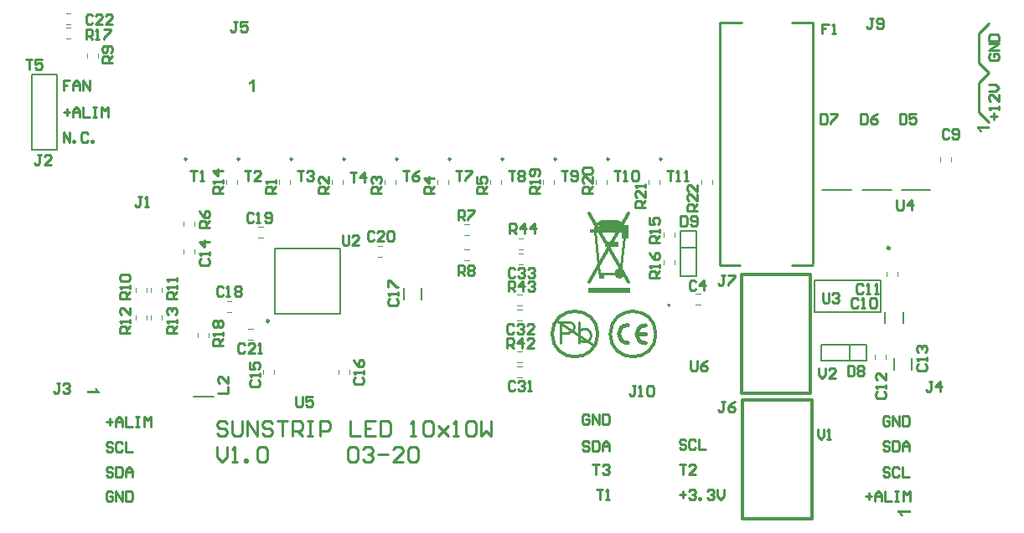
<source format=gto>
G04 Layer_Color=65535*
%FSLAX25Y25*%
%MOIN*%
G70*
G01*
G75*
%ADD32C,0.01181*%
%ADD33C,0.00787*%
%ADD57C,0.02756*%
%ADD58C,0.01000*%
%ADD59C,0.00984*%
%ADD60C,0.01575*%
%ADD61C,0.00827*%
%ADD62C,0.00394*%
%ADD63C,0.00591*%
%ADD64C,0.01200*%
%ADD65R,0.16535X0.02362*%
%ADD66R,0.02362X0.01969*%
%ADD67R,0.05512X0.01969*%
%ADD68R,0.14173X0.01575*%
%ADD69R,0.02756X0.05512*%
%ADD70R,0.08661X0.03937*%
G36*
X357000Y4747D02*
X353348D01*
X353355Y4739D01*
X353370Y4725D01*
X353391Y4696D01*
X353428Y4652D01*
X353472Y4601D01*
X353515Y4543D01*
X353566Y4470D01*
X353625Y4389D01*
X353683Y4302D01*
X353741Y4207D01*
X353807Y4105D01*
X353865Y3996D01*
X353975Y3762D01*
X354077Y3500D01*
X353202D01*
Y3507D01*
X353195Y3515D01*
X353187Y3536D01*
X353180Y3566D01*
X353144Y3638D01*
X353100Y3741D01*
X353042Y3864D01*
X352961Y4003D01*
X352859Y4156D01*
X352743Y4316D01*
X352735Y4324D01*
X352728Y4338D01*
X352706Y4360D01*
X352677Y4389D01*
X352604Y4470D01*
X352509Y4557D01*
X352393Y4659D01*
X352247Y4761D01*
X352094Y4856D01*
X351926Y4929D01*
Y5716D01*
X357000D01*
Y4747D01*
D02*
G37*
G36*
X33267Y54516D02*
X33274Y54509D01*
X33281Y54487D01*
X33288Y54458D01*
X33325Y54385D01*
X33369Y54283D01*
X33427Y54159D01*
X33507Y54021D01*
X33609Y53868D01*
X33726Y53707D01*
X33733Y53700D01*
X33740Y53685D01*
X33762Y53663D01*
X33792Y53634D01*
X33864Y53554D01*
X33959Y53467D01*
X34076Y53364D01*
X34222Y53263D01*
X34375Y53168D01*
X34542Y53095D01*
Y52307D01*
X29469D01*
Y53277D01*
X33121D01*
X33114Y53284D01*
X33099Y53299D01*
X33077Y53328D01*
X33041Y53372D01*
X32997Y53423D01*
X32953Y53481D01*
X32902Y53554D01*
X32844Y53634D01*
X32785Y53722D01*
X32727Y53816D01*
X32662Y53919D01*
X32603Y54028D01*
X32494Y54261D01*
X32392Y54524D01*
X33267D01*
Y54516D01*
D02*
G37*
G36*
X96051Y172476D02*
X95081D01*
Y176129D01*
X95074Y176121D01*
X95059Y176107D01*
X95030Y176085D01*
X94986Y176049D01*
X94935Y176005D01*
X94877Y175961D01*
X94804Y175910D01*
X94724Y175852D01*
X94636Y175793D01*
X94542Y175735D01*
X94440Y175669D01*
X94330Y175611D01*
X94097Y175502D01*
X93835Y175400D01*
Y176275D01*
X93842D01*
X93849Y176282D01*
X93871Y176289D01*
X93900Y176296D01*
X93973Y176333D01*
X94075Y176376D01*
X94199Y176435D01*
X94338Y176515D01*
X94491Y176617D01*
X94651Y176734D01*
X94658Y176741D01*
X94673Y176748D01*
X94695Y176770D01*
X94724Y176799D01*
X94804Y176872D01*
X94892Y176967D01*
X94994Y177084D01*
X95096Y177229D01*
X95191Y177383D01*
X95263Y177550D01*
X96051D01*
Y172476D01*
D02*
G37*
G36*
X388504Y157624D02*
X384852D01*
X384859Y157617D01*
X384874Y157603D01*
X384895Y157573D01*
X384932Y157530D01*
X384976Y157479D01*
X385019Y157420D01*
X385070Y157348D01*
X385129Y157267D01*
X385187Y157180D01*
X385245Y157085D01*
X385311Y156983D01*
X385369Y156874D01*
X385479Y156640D01*
X385581Y156378D01*
X384706D01*
Y156385D01*
X384699Y156393D01*
X384691Y156414D01*
X384684Y156444D01*
X384647Y156517D01*
X384604Y156618D01*
X384545Y156743D01*
X384465Y156881D01*
X384363Y157034D01*
X384247Y157194D01*
X384239Y157202D01*
X384232Y157216D01*
X384210Y157238D01*
X384181Y157267D01*
X384108Y157348D01*
X384013Y157435D01*
X383897Y157537D01*
X383751Y157639D01*
X383598Y157734D01*
X383430Y157807D01*
Y158594D01*
X388504D01*
Y157624D01*
D02*
G37*
D32*
X232555Y76000D02*
G03*
X232555Y76000I-9055J0D01*
G01*
X255654D02*
G03*
X255654Y76000I-9055J0D01*
G01*
X348598Y110272D02*
G03*
X348598Y110272I-394J0D01*
G01*
X229126Y124173D02*
X244874Y96614D01*
X229126D02*
X244874Y124173D01*
D33*
X265350Y110362D02*
X271650D01*
X265350Y98945D02*
X271650D01*
Y117055D01*
X265350D02*
X271650D01*
X265350Y98945D02*
Y117055D01*
X162543Y89736D02*
Y94264D01*
X155457Y89736D02*
Y94264D01*
X104008Y84008D02*
X129992D01*
X104008Y109992D02*
X129992D01*
X104008Y84008D02*
Y109992D01*
X129992Y84008D02*
Y109992D01*
X7500Y149500D02*
X17500D01*
X7500D02*
Y179500D01*
X17500D01*
Y149500D02*
Y179500D01*
X354043Y80236D02*
Y84764D01*
X346957Y80236D02*
Y84764D01*
X318811Y84602D02*
X345189D01*
X318811Y97398D02*
X345189D01*
Y84602D02*
Y97398D01*
X318811Y84602D02*
Y97398D01*
X357543Y61736D02*
Y66264D01*
X350457Y61736D02*
Y66264D01*
X332862Y65351D02*
Y71650D01*
X321445Y65351D02*
Y71650D01*
Y65351D02*
X339555D01*
Y71650D01*
X321445D02*
X339555D01*
D57*
X242118Y100157D02*
G03*
X242118Y100157I-787J0D01*
G01*
D58*
X235425Y121024D02*
G03*
X231488Y117087I0J-3937D01*
G01*
X243299D02*
G03*
X239362Y121024I-3937J0D01*
G01*
X231488Y117087D02*
X233063Y100158D01*
X241331D01*
X243299Y117874D01*
X235425Y121024D02*
X239362D01*
X216256Y81433D02*
X231256Y71473D01*
X324411Y199550D02*
X321787D01*
Y197582D01*
X323099D01*
X321787D01*
Y195614D01*
X325723D02*
X327035D01*
X326379D01*
Y199550D01*
X325723Y198894D01*
X320500Y62436D02*
Y59812D01*
X321812Y58500D01*
X323124Y59812D01*
Y62436D01*
X327060Y58500D02*
X324436D01*
X327060Y61124D01*
Y61780D01*
X326404Y62436D01*
X325092D01*
X324436Y61780D01*
X320000Y37936D02*
Y35312D01*
X321312Y34000D01*
X322624Y35312D01*
Y37936D01*
X323936Y34000D02*
X325248D01*
X324592D01*
Y37936D01*
X323936Y37280D01*
X269500Y65436D02*
Y62156D01*
X270156Y61500D01*
X271468D01*
X272124Y62156D01*
Y65436D01*
X276060D02*
X274748Y64780D01*
X273436Y63468D01*
Y62156D01*
X274092Y61500D01*
X275404D01*
X276060Y62156D01*
Y62812D01*
X275404Y63468D01*
X273436D01*
X112500Y50936D02*
Y47656D01*
X113156Y47000D01*
X114468D01*
X115124Y47656D01*
Y50936D01*
X119060D02*
X116436D01*
Y48968D01*
X117748Y49624D01*
X118404D01*
X119060Y48968D01*
Y47656D01*
X118404Y47000D01*
X117092D01*
X116436Y47656D01*
X351500Y129436D02*
Y126156D01*
X352156Y125500D01*
X353468D01*
X354124Y126156D01*
Y129436D01*
X357404Y125500D02*
Y129436D01*
X355436Y127468D01*
X358060D01*
X322000Y92436D02*
Y89156D01*
X322656Y88500D01*
X323968D01*
X324624Y89156D01*
Y92436D01*
X325936Y91780D02*
X326592Y92436D01*
X327904D01*
X328560Y91780D01*
Y91124D01*
X327904Y90468D01*
X327248D01*
X327904D01*
X328560Y89812D01*
Y89156D01*
X327904Y88500D01*
X326592D01*
X325936Y89156D01*
X131000Y115436D02*
Y112156D01*
X131656Y111500D01*
X132968D01*
X133624Y112156D01*
Y115436D01*
X137560Y111500D02*
X134936D01*
X137560Y114124D01*
Y114780D01*
X136904Y115436D01*
X135592D01*
X134936Y114780D01*
X260000Y140936D02*
X262624D01*
X261312D01*
Y137000D01*
X263936D02*
X265248D01*
X264592D01*
Y140936D01*
X263936Y140280D01*
X267215Y137000D02*
X268527D01*
X267871D01*
Y140936D01*
X267215Y140280D01*
X239000Y140936D02*
X241624D01*
X240312D01*
Y137000D01*
X242936D02*
X244248D01*
X243592D01*
Y140936D01*
X242936Y140280D01*
X246216D02*
X246871Y140936D01*
X248183D01*
X248839Y140280D01*
Y137656D01*
X248183Y137000D01*
X246871D01*
X246216Y137656D01*
Y140280D01*
X218000Y140936D02*
X220624D01*
X219312D01*
Y137000D01*
X221936Y137656D02*
X222592Y137000D01*
X223904D01*
X224560Y137656D01*
Y140280D01*
X223904Y140936D01*
X222592D01*
X221936Y140280D01*
Y139624D01*
X222592Y138968D01*
X224560D01*
X197000Y140936D02*
X199624D01*
X198312D01*
Y137000D01*
X200936Y140280D02*
X201592Y140936D01*
X202904D01*
X203560Y140280D01*
Y139624D01*
X202904Y138968D01*
X203560Y138312D01*
Y137656D01*
X202904Y137000D01*
X201592D01*
X200936Y137656D01*
Y138312D01*
X201592Y138968D01*
X200936Y139624D01*
Y140280D01*
X201592Y138968D02*
X202904D01*
X176000Y140936D02*
X178624D01*
X177312D01*
Y137000D01*
X179936Y140936D02*
X182560D01*
Y140280D01*
X179936Y137656D01*
Y137000D01*
X155000Y140936D02*
X157624D01*
X156312D01*
Y137000D01*
X161560Y140936D02*
X160248Y140280D01*
X158936Y138968D01*
Y137656D01*
X159592Y137000D01*
X160904D01*
X161560Y137656D01*
Y138312D01*
X160904Y138968D01*
X158936D01*
X5000Y185436D02*
X7624D01*
X6312D01*
Y181500D01*
X11560Y185436D02*
X8936D01*
Y183468D01*
X10248Y184124D01*
X10904D01*
X11560Y183468D01*
Y182156D01*
X10904Y181500D01*
X9592D01*
X8936Y182156D01*
X134000Y140436D02*
X136624D01*
X135312D01*
Y136500D01*
X139904D02*
Y140436D01*
X137936Y138468D01*
X140560D01*
X113000Y140936D02*
X115624D01*
X114312D01*
Y137000D01*
X116936Y140280D02*
X117592Y140936D01*
X118904D01*
X119560Y140280D01*
Y139624D01*
X118904Y138968D01*
X118248D01*
X118904D01*
X119560Y138312D01*
Y137656D01*
X118904Y137000D01*
X117592D01*
X116936Y137656D01*
X92000Y140936D02*
X94624D01*
X93312D01*
Y137000D01*
X98560D02*
X95936D01*
X98560Y139624D01*
Y140280D01*
X97904Y140936D01*
X96592D01*
X95936Y140280D01*
X197500Y116000D02*
Y119936D01*
X199468D01*
X200124Y119280D01*
Y117968D01*
X199468Y117312D01*
X197500D01*
X198812D02*
X200124Y116000D01*
X203404D02*
Y119936D01*
X201436Y117968D01*
X204060D01*
X207339Y116000D02*
Y119936D01*
X205371Y117968D01*
X207995D01*
X197000Y93000D02*
Y96936D01*
X198968D01*
X199624Y96280D01*
Y94968D01*
X198968Y94312D01*
X197000D01*
X198312D02*
X199624Y93000D01*
X202904D02*
Y96936D01*
X200936Y94968D01*
X203560D01*
X204872Y96280D02*
X205527Y96936D01*
X206839D01*
X207495Y96280D01*
Y95624D01*
X206839Y94968D01*
X206183D01*
X206839D01*
X207495Y94312D01*
Y93656D01*
X206839Y93000D01*
X205527D01*
X204872Y93656D01*
X196500Y70500D02*
Y74436D01*
X198468D01*
X199124Y73780D01*
Y72468D01*
X198468Y71812D01*
X196500D01*
X197812D02*
X199124Y70500D01*
X202404D02*
Y74436D01*
X200436Y72468D01*
X203060D01*
X206995Y70500D02*
X204372D01*
X206995Y73124D01*
Y73780D01*
X206339Y74436D01*
X205027D01*
X204372Y73780D01*
X272000Y125000D02*
X268064D01*
Y126968D01*
X268720Y127624D01*
X270032D01*
X270688Y126968D01*
Y125000D01*
Y126312D02*
X272000Y127624D01*
Y131560D02*
Y128936D01*
X269376Y131560D01*
X268720D01*
X268064Y130904D01*
Y129592D01*
X268720Y128936D01*
X272000Y135495D02*
Y132871D01*
X269376Y135495D01*
X268720D01*
X268064Y134839D01*
Y133527D01*
X268720Y132871D01*
X251500Y126500D02*
X247564D01*
Y128468D01*
X248220Y129124D01*
X249532D01*
X250188Y128468D01*
Y126500D01*
Y127812D02*
X251500Y129124D01*
Y133060D02*
Y130436D01*
X248876Y133060D01*
X248220D01*
X247564Y132404D01*
Y131092D01*
X248220Y130436D01*
X251500Y134371D02*
Y135683D01*
Y135027D01*
X247564D01*
X248220Y134371D01*
X230500Y132000D02*
X226564D01*
Y133968D01*
X227220Y134624D01*
X228532D01*
X229188Y133968D01*
Y132000D01*
Y133312D02*
X230500Y134624D01*
Y138560D02*
Y135936D01*
X227876Y138560D01*
X227220D01*
X226564Y137904D01*
Y136592D01*
X227220Y135936D01*
Y139872D02*
X226564Y140527D01*
Y141839D01*
X227220Y142495D01*
X229844D01*
X230500Y141839D01*
Y140527D01*
X229844Y139872D01*
X227220D01*
X209500Y132000D02*
X205564D01*
Y133968D01*
X206220Y134624D01*
X207532D01*
X208188Y133968D01*
Y132000D01*
Y133312D02*
X209500Y134624D01*
Y135936D02*
Y137248D01*
Y136592D01*
X205564D01*
X206220Y135936D01*
X208844Y139216D02*
X209500Y139872D01*
Y141183D01*
X208844Y141839D01*
X206220D01*
X205564Y141183D01*
Y139872D01*
X206220Y139216D01*
X206876D01*
X207532Y139872D01*
Y141839D01*
X83500Y71500D02*
X79564D01*
Y73468D01*
X80220Y74124D01*
X81532D01*
X82188Y73468D01*
Y71500D01*
Y72812D02*
X83500Y74124D01*
Y75436D02*
Y76748D01*
Y76092D01*
X79564D01*
X80220Y75436D01*
Y78715D02*
X79564Y79372D01*
Y80683D01*
X80220Y81339D01*
X80876D01*
X81532Y80683D01*
X82188Y81339D01*
X82844D01*
X83500Y80683D01*
Y79372D01*
X82844Y78715D01*
X82188D01*
X81532Y79372D01*
X80876Y78715D01*
X80220D01*
X81532Y79372D02*
Y80683D01*
X29000Y193500D02*
Y197436D01*
X30968D01*
X31624Y196780D01*
Y195468D01*
X30968Y194812D01*
X29000D01*
X30312D02*
X31624Y193500D01*
X32936D02*
X34248D01*
X33592D01*
Y197436D01*
X32936Y196780D01*
X36215Y197436D02*
X38839D01*
Y196780D01*
X36215Y194156D01*
Y193500D01*
X257000Y98500D02*
X253064D01*
Y100468D01*
X253720Y101124D01*
X255032D01*
X255688Y100468D01*
Y98500D01*
Y99812D02*
X257000Y101124D01*
Y102436D02*
Y103748D01*
Y103092D01*
X253064D01*
X253720Y102436D01*
X253064Y108339D02*
X253720Y107027D01*
X255032Y105716D01*
X256344D01*
X257000Y106371D01*
Y107683D01*
X256344Y108339D01*
X255688D01*
X255032Y107683D01*
Y105716D01*
X257000Y112500D02*
X253064D01*
Y114468D01*
X253720Y115124D01*
X255032D01*
X255688Y114468D01*
Y112500D01*
Y113812D02*
X257000Y115124D01*
Y116436D02*
Y117748D01*
Y117092D01*
X253064D01*
X253720Y116436D01*
X253064Y122339D02*
Y119715D01*
X255032D01*
X254376Y121027D01*
Y121683D01*
X255032Y122339D01*
X256344D01*
X257000Y121683D01*
Y120371D01*
X256344Y119715D01*
X83500Y132000D02*
X79564D01*
Y133968D01*
X80220Y134624D01*
X81532D01*
X82188Y133968D01*
Y132000D01*
Y133312D02*
X83500Y134624D01*
Y135936D02*
Y137248D01*
Y136592D01*
X79564D01*
X80220Y135936D01*
X83500Y141183D02*
X79564D01*
X81532Y139216D01*
Y141839D01*
X65000Y76500D02*
X61064D01*
Y78468D01*
X61720Y79124D01*
X63032D01*
X63688Y78468D01*
Y76500D01*
Y77812D02*
X65000Y79124D01*
Y80436D02*
Y81748D01*
Y81092D01*
X61064D01*
X61720Y80436D01*
Y83715D02*
X61064Y84372D01*
Y85683D01*
X61720Y86339D01*
X62376D01*
X63032Y85683D01*
Y85027D01*
Y85683D01*
X63688Y86339D01*
X64344D01*
X65000Y85683D01*
Y84372D01*
X64344Y83715D01*
X46500Y76500D02*
X42564D01*
Y78468D01*
X43220Y79124D01*
X44532D01*
X45188Y78468D01*
Y76500D01*
Y77812D02*
X46500Y79124D01*
Y80436D02*
Y81748D01*
Y81092D01*
X42564D01*
X43220Y80436D01*
X46500Y86339D02*
Y83715D01*
X43876Y86339D01*
X43220D01*
X42564Y85683D01*
Y84372D01*
X43220Y83715D01*
X65000Y90000D02*
X61064D01*
Y91968D01*
X61720Y92624D01*
X63032D01*
X63688Y91968D01*
Y90000D01*
Y91312D02*
X65000Y92624D01*
Y93936D02*
Y95248D01*
Y94592D01*
X61064D01*
X61720Y93936D01*
X65000Y97215D02*
Y98527D01*
Y97872D01*
X61064D01*
X61720Y97215D01*
X46500Y90000D02*
X42564D01*
Y91968D01*
X43220Y92624D01*
X44532D01*
X45188Y91968D01*
Y90000D01*
Y91312D02*
X46500Y92624D01*
Y93936D02*
Y95248D01*
Y94592D01*
X42564D01*
X43220Y93936D01*
Y97215D02*
X42564Y97872D01*
Y99183D01*
X43220Y99839D01*
X45844D01*
X46500Y99183D01*
Y97872D01*
X45844Y97215D01*
X43220D01*
X39500Y184000D02*
X35564D01*
Y185968D01*
X36220Y186624D01*
X37532D01*
X38188Y185968D01*
Y184000D01*
Y185312D02*
X39500Y186624D01*
X38844Y187936D02*
X39500Y188592D01*
Y189904D01*
X38844Y190560D01*
X36220D01*
X35564Y189904D01*
Y188592D01*
X36220Y187936D01*
X36876D01*
X37532Y188592D01*
Y190560D01*
X177000Y99500D02*
Y103436D01*
X178968D01*
X179624Y102780D01*
Y101468D01*
X178968Y100812D01*
X177000D01*
X178312D02*
X179624Y99500D01*
X180936Y102780D02*
X181592Y103436D01*
X182904D01*
X183560Y102780D01*
Y102124D01*
X182904Y101468D01*
X183560Y100812D01*
Y100156D01*
X182904Y99500D01*
X181592D01*
X180936Y100156D01*
Y100812D01*
X181592Y101468D01*
X180936Y102124D01*
Y102780D01*
X181592Y101468D02*
X182904D01*
X177000Y121500D02*
Y125436D01*
X178968D01*
X179624Y124780D01*
Y123468D01*
X178968Y122812D01*
X177000D01*
X178312D02*
X179624Y121500D01*
X180936Y125436D02*
X183560D01*
Y124780D01*
X180936Y122156D01*
Y121500D01*
X78000Y118500D02*
X74064D01*
Y120468D01*
X74720Y121124D01*
X76032D01*
X76688Y120468D01*
Y118500D01*
Y119812D02*
X78000Y121124D01*
X74064Y125060D02*
X74720Y123748D01*
X76032Y122436D01*
X77344D01*
X78000Y123092D01*
Y124404D01*
X77344Y125060D01*
X76688D01*
X76032Y124404D01*
Y122436D01*
X188500Y132000D02*
X184564D01*
Y133968D01*
X185220Y134624D01*
X186532D01*
X187188Y133968D01*
Y132000D01*
Y133312D02*
X188500Y134624D01*
X184564Y138560D02*
Y135936D01*
X186532D01*
X185876Y137248D01*
Y137904D01*
X186532Y138560D01*
X187844D01*
X188500Y137904D01*
Y136592D01*
X187844Y135936D01*
X167500Y132000D02*
X163564D01*
Y133968D01*
X164220Y134624D01*
X165532D01*
X166188Y133968D01*
Y132000D01*
Y133312D02*
X167500Y134624D01*
Y137904D02*
X163564D01*
X165532Y135936D01*
Y138560D01*
X146500Y132000D02*
X142564D01*
Y133968D01*
X143220Y134624D01*
X144532D01*
X145188Y133968D01*
Y132000D01*
Y133312D02*
X146500Y134624D01*
X143220Y135936D02*
X142564Y136592D01*
Y137904D01*
X143220Y138560D01*
X143876D01*
X144532Y137904D01*
Y137248D01*
Y137904D01*
X145188Y138560D01*
X145844D01*
X146500Y137904D01*
Y136592D01*
X145844Y135936D01*
X125500Y132000D02*
X121564D01*
Y133968D01*
X122220Y134624D01*
X123532D01*
X124188Y133968D01*
Y132000D01*
Y133312D02*
X125500Y134624D01*
Y138560D02*
Y135936D01*
X122876Y138560D01*
X122220D01*
X121564Y137904D01*
Y136592D01*
X122220Y135936D01*
X104500Y132000D02*
X100564D01*
Y133968D01*
X101220Y134624D01*
X102532D01*
X103188Y133968D01*
Y132000D01*
Y133312D02*
X104500Y134624D01*
Y135936D02*
Y137248D01*
Y136592D01*
X100564D01*
X101220Y135936D01*
X81564Y52500D02*
X85500D01*
Y55124D01*
Y59060D02*
Y56436D01*
X82876Y59060D01*
X82220D01*
X81564Y58404D01*
Y57092D01*
X82220Y56436D01*
X247624Y55436D02*
X246312D01*
X246968D01*
Y52156D01*
X246312Y51500D01*
X245656D01*
X245000Y52156D01*
X248936Y51500D02*
X250248D01*
X249592D01*
Y55436D01*
X248936Y54780D01*
X252216D02*
X252871Y55436D01*
X254183D01*
X254839Y54780D01*
Y52156D01*
X254183Y51500D01*
X252871D01*
X252216Y52156D01*
Y54780D01*
X342108Y201802D02*
X340796D01*
X341452D01*
Y198522D01*
X340796Y197866D01*
X340140D01*
X339484Y198522D01*
X343420D02*
X344076Y197866D01*
X345388D01*
X346044Y198522D01*
Y201146D01*
X345388Y201802D01*
X344076D01*
X343420Y201146D01*
Y200490D01*
X344076Y199834D01*
X346044D01*
X283124Y99436D02*
X281812D01*
X282468D01*
Y96156D01*
X281812Y95500D01*
X281156D01*
X280500Y96156D01*
X284436Y99436D02*
X287060D01*
Y98780D01*
X284436Y96156D01*
Y95500D01*
X283124Y48936D02*
X281812D01*
X282468D01*
Y45656D01*
X281812Y45000D01*
X281156D01*
X280500Y45656D01*
X287060Y48936D02*
X285748Y48280D01*
X284436Y46968D01*
Y45656D01*
X285092Y45000D01*
X286404D01*
X287060Y45656D01*
Y46312D01*
X286404Y46968D01*
X284436D01*
X89183Y200365D02*
X87871D01*
X88527D01*
Y197085D01*
X87871Y196429D01*
X87215D01*
X86559Y197085D01*
X93119Y200365D02*
X90495D01*
Y198397D01*
X91807Y199053D01*
X92463D01*
X93119Y198397D01*
Y197085D01*
X92463Y196429D01*
X91151D01*
X90495Y197085D01*
X365624Y56936D02*
X364312D01*
X364968D01*
Y53656D01*
X364312Y53000D01*
X363656D01*
X363000Y53656D01*
X368904Y53000D02*
Y56936D01*
X366936Y54968D01*
X369560D01*
X18624Y56436D02*
X17312D01*
X17968D01*
Y53156D01*
X17312Y52500D01*
X16656D01*
X16000Y53156D01*
X19936Y55780D02*
X20592Y56436D01*
X21904D01*
X22560Y55780D01*
Y55124D01*
X21904Y54468D01*
X21248D01*
X21904D01*
X22560Y53812D01*
Y53156D01*
X21904Y52500D01*
X20592D01*
X19936Y53156D01*
X11124Y147436D02*
X9812D01*
X10468D01*
Y144156D01*
X9812Y143500D01*
X9156D01*
X8500Y144156D01*
X15060Y143500D02*
X12436D01*
X15060Y146124D01*
Y146780D01*
X14404Y147436D01*
X13092D01*
X12436Y146780D01*
X51096Y130755D02*
X49784D01*
X50440D01*
Y127475D01*
X49784Y126819D01*
X49128D01*
X48472Y127475D01*
X52408Y126819D02*
X53720D01*
X53064D01*
Y130755D01*
X52408Y130099D01*
X265500Y122936D02*
Y119000D01*
X267468D01*
X268124Y119656D01*
Y122280D01*
X267468Y122936D01*
X265500D01*
X269436Y119656D02*
X270092Y119000D01*
X271404D01*
X272060Y119656D01*
Y122280D01*
X271404Y122936D01*
X270092D01*
X269436Y122280D01*
Y121624D01*
X270092Y120968D01*
X272060D01*
X332000Y63436D02*
Y59500D01*
X333968D01*
X334624Y60156D01*
Y62780D01*
X333968Y63436D01*
X332000D01*
X335936Y62780D02*
X336592Y63436D01*
X337904D01*
X338560Y62780D01*
Y62124D01*
X337904Y61468D01*
X338560Y60812D01*
Y60156D01*
X337904Y59500D01*
X336592D01*
X335936Y60156D01*
Y60812D01*
X336592Y61468D01*
X335936Y62124D01*
Y62780D01*
X336592Y61468D02*
X337904D01*
X321172Y163655D02*
Y159719D01*
X323140D01*
X323796Y160375D01*
Y162999D01*
X323140Y163655D01*
X321172D01*
X325108D02*
X327732D01*
Y162999D01*
X325108Y160375D01*
Y159719D01*
X337173Y163655D02*
Y159719D01*
X339140D01*
X339796Y160375D01*
Y162999D01*
X339140Y163655D01*
X337173D01*
X343732D02*
X342420Y162999D01*
X341108Y161687D01*
Y160375D01*
X341764Y159719D01*
X343076D01*
X343732Y160375D01*
Y161031D01*
X343076Y161687D01*
X341108D01*
X352673Y163655D02*
Y159719D01*
X354640D01*
X355296Y160375D01*
Y162999D01*
X354640Y163655D01*
X352673D01*
X359232D02*
X356608D01*
Y161687D01*
X357920Y162343D01*
X358576D01*
X359232Y161687D01*
Y160375D01*
X358576Y159719D01*
X357264D01*
X356608Y160375D01*
X199624Y101780D02*
X198968Y102436D01*
X197656D01*
X197000Y101780D01*
Y99156D01*
X197656Y98500D01*
X198968D01*
X199624Y99156D01*
X200936Y101780D02*
X201592Y102436D01*
X202904D01*
X203560Y101780D01*
Y101124D01*
X202904Y100468D01*
X202248D01*
X202904D01*
X203560Y99812D01*
Y99156D01*
X202904Y98500D01*
X201592D01*
X200936Y99156D01*
X204872Y101780D02*
X205527Y102436D01*
X206839D01*
X207495Y101780D01*
Y101124D01*
X206839Y100468D01*
X206183D01*
X206839D01*
X207495Y99812D01*
Y99156D01*
X206839Y98500D01*
X205527D01*
X204872Y99156D01*
X199124Y79280D02*
X198468Y79936D01*
X197156D01*
X196500Y79280D01*
Y76656D01*
X197156Y76000D01*
X198468D01*
X199124Y76656D01*
X200436Y79280D02*
X201092Y79936D01*
X202404D01*
X203060Y79280D01*
Y78624D01*
X202404Y77968D01*
X201748D01*
X202404D01*
X203060Y77312D01*
Y76656D01*
X202404Y76000D01*
X201092D01*
X200436Y76656D01*
X206995Y76000D02*
X204372D01*
X206995Y78624D01*
Y79280D01*
X206339Y79936D01*
X205027D01*
X204372Y79280D01*
X199624Y56780D02*
X198968Y57436D01*
X197656D01*
X197000Y56780D01*
Y54156D01*
X197656Y53500D01*
X198968D01*
X199624Y54156D01*
X200936Y56780D02*
X201592Y57436D01*
X202904D01*
X203560Y56780D01*
Y56124D01*
X202904Y55468D01*
X202248D01*
X202904D01*
X203560Y54812D01*
Y54156D01*
X202904Y53500D01*
X201592D01*
X200936Y54156D01*
X204872Y53500D02*
X206183D01*
X205527D01*
Y57436D01*
X204872Y56780D01*
X31624Y202780D02*
X30968Y203436D01*
X29656D01*
X29000Y202780D01*
Y200156D01*
X29656Y199500D01*
X30968D01*
X31624Y200156D01*
X35560Y199500D02*
X32936D01*
X35560Y202124D01*
Y202780D01*
X34904Y203436D01*
X33592D01*
X32936Y202780D01*
X39495Y199500D02*
X36871D01*
X39495Y202124D01*
Y202780D01*
X38839Y203436D01*
X37527D01*
X36871Y202780D01*
X92124Y71780D02*
X91468Y72436D01*
X90156D01*
X89500Y71780D01*
Y69156D01*
X90156Y68500D01*
X91468D01*
X92124Y69156D01*
X96060Y68500D02*
X93436D01*
X96060Y71124D01*
Y71780D01*
X95404Y72436D01*
X94092D01*
X93436Y71780D01*
X97372Y68500D02*
X98683D01*
X98027D01*
Y72436D01*
X97372Y71780D01*
X143624Y116280D02*
X142968Y116936D01*
X141656D01*
X141000Y116280D01*
Y113656D01*
X141656Y113000D01*
X142968D01*
X143624Y113656D01*
X147560Y113000D02*
X144936D01*
X147560Y115624D01*
Y116280D01*
X146904Y116936D01*
X145592D01*
X144936Y116280D01*
X148872D02*
X149527Y116936D01*
X150839D01*
X151495Y116280D01*
Y113656D01*
X150839Y113000D01*
X149527D01*
X148872Y113656D01*
Y116280D01*
X95624Y123780D02*
X94968Y124436D01*
X93656D01*
X93000Y123780D01*
Y121156D01*
X93656Y120500D01*
X94968D01*
X95624Y121156D01*
X96936Y120500D02*
X98248D01*
X97592D01*
Y124436D01*
X96936Y123780D01*
X100215Y121156D02*
X100872Y120500D01*
X102183D01*
X102839Y121156D01*
Y123780D01*
X102183Y124436D01*
X100872D01*
X100215Y123780D01*
Y123124D01*
X100872Y122468D01*
X102839D01*
X83624Y94280D02*
X82968Y94936D01*
X81656D01*
X81000Y94280D01*
Y91656D01*
X81656Y91000D01*
X82968D01*
X83624Y91656D01*
X84936Y91000D02*
X86248D01*
X85592D01*
Y94936D01*
X84936Y94280D01*
X88216D02*
X88872Y94936D01*
X90183D01*
X90839Y94280D01*
Y93624D01*
X90183Y92968D01*
X90839Y92312D01*
Y91656D01*
X90183Y91000D01*
X88872D01*
X88216Y91656D01*
Y92312D01*
X88872Y92968D01*
X88216Y93624D01*
Y94280D01*
X88872Y92968D02*
X90183D01*
X149720Y90124D02*
X149064Y89468D01*
Y88156D01*
X149720Y87500D01*
X152344D01*
X153000Y88156D01*
Y89468D01*
X152344Y90124D01*
X153000Y91436D02*
Y92748D01*
Y92092D01*
X149064D01*
X149720Y91436D01*
X149064Y94715D02*
Y97339D01*
X149720D01*
X152344Y94715D01*
X153000D01*
X136220Y58624D02*
X135564Y57968D01*
Y56656D01*
X136220Y56000D01*
X138844D01*
X139500Y56656D01*
Y57968D01*
X138844Y58624D01*
X139500Y59936D02*
Y61248D01*
Y60592D01*
X135564D01*
X136220Y59936D01*
X135564Y65839D02*
X136220Y64527D01*
X137532Y63216D01*
X138844D01*
X139500Y63872D01*
Y65183D01*
X138844Y65839D01*
X138188D01*
X137532Y65183D01*
Y63216D01*
X94720Y57624D02*
X94064Y56968D01*
Y55656D01*
X94720Y55000D01*
X97344D01*
X98000Y55656D01*
Y56968D01*
X97344Y57624D01*
X98000Y58936D02*
Y60248D01*
Y59592D01*
X94064D01*
X94720Y58936D01*
X94064Y64839D02*
Y62216D01*
X96032D01*
X95376Y63527D01*
Y64183D01*
X96032Y64839D01*
X97344D01*
X98000Y64183D01*
Y62871D01*
X97344Y62216D01*
X74720Y106124D02*
X74064Y105468D01*
Y104156D01*
X74720Y103500D01*
X77344D01*
X78000Y104156D01*
Y105468D01*
X77344Y106124D01*
X78000Y107436D02*
Y108748D01*
Y108092D01*
X74064D01*
X74720Y107436D01*
X78000Y112683D02*
X74064D01*
X76032Y110715D01*
Y113339D01*
X360220Y64124D02*
X359564Y63468D01*
Y62156D01*
X360220Y61500D01*
X362844D01*
X363500Y62156D01*
Y63468D01*
X362844Y64124D01*
X363500Y65436D02*
Y66748D01*
Y66092D01*
X359564D01*
X360220Y65436D01*
Y68716D02*
X359564Y69371D01*
Y70683D01*
X360220Y71339D01*
X360876D01*
X361532Y70683D01*
Y70027D01*
Y70683D01*
X362188Y71339D01*
X362844D01*
X363500Y70683D01*
Y69371D01*
X362844Y68716D01*
X343720Y53124D02*
X343064Y52468D01*
Y51156D01*
X343720Y50500D01*
X346344D01*
X347000Y51156D01*
Y52468D01*
X346344Y53124D01*
X347000Y54436D02*
Y55748D01*
Y55092D01*
X343064D01*
X343720Y54436D01*
X347000Y60339D02*
Y57715D01*
X344376Y60339D01*
X343720D01*
X343064Y59683D01*
Y58372D01*
X343720Y57715D01*
X338124Y95280D02*
X337468Y95936D01*
X336156D01*
X335500Y95280D01*
Y92656D01*
X336156Y92000D01*
X337468D01*
X338124Y92656D01*
X339436Y92000D02*
X340748D01*
X340092D01*
Y95936D01*
X339436Y95280D01*
X342716Y92000D02*
X344027D01*
X343372D01*
Y95936D01*
X342716Y95280D01*
X336124Y89780D02*
X335468Y90436D01*
X334156D01*
X333500Y89780D01*
Y87156D01*
X334156Y86500D01*
X335468D01*
X336124Y87156D01*
X337436Y86500D02*
X338748D01*
X338092D01*
Y90436D01*
X337436Y89780D01*
X340716D02*
X341371Y90436D01*
X342683D01*
X343339Y89780D01*
Y87156D01*
X342683Y86500D01*
X341371D01*
X340716Y87156D01*
Y89780D01*
X372296Y156899D02*
X371640Y157555D01*
X370328D01*
X369672Y156899D01*
Y154275D01*
X370328Y153619D01*
X371640D01*
X372296Y154275D01*
X373608D02*
X374264Y153619D01*
X375576D01*
X376232Y154275D01*
Y156899D01*
X375576Y157555D01*
X374264D01*
X373608Y156899D01*
Y156243D01*
X374264Y155587D01*
X376232D01*
X271624Y96780D02*
X270968Y97436D01*
X269656D01*
X269000Y96780D01*
Y94156D01*
X269656Y93500D01*
X270968D01*
X271624Y94156D01*
X274904Y93500D02*
Y97436D01*
X272936Y95468D01*
X275560D01*
X70500Y140936D02*
X73124D01*
X71812D01*
Y137000D01*
X74436D02*
X75748D01*
X75092D01*
Y140936D01*
X74436Y140280D01*
X84999Y40498D02*
X83999Y41498D01*
X82000D01*
X81000Y40498D01*
Y39499D01*
X82000Y38499D01*
X83999D01*
X84999Y37499D01*
Y36500D01*
X83999Y35500D01*
X82000D01*
X81000Y36500D01*
X86998Y41498D02*
Y36500D01*
X87998Y35500D01*
X89997D01*
X90997Y36500D01*
Y41498D01*
X92996Y35500D02*
Y41498D01*
X96995Y35500D01*
Y41498D01*
X102993Y40498D02*
X101993Y41498D01*
X99994D01*
X98994Y40498D01*
Y39499D01*
X99994Y38499D01*
X101993D01*
X102993Y37499D01*
Y36500D01*
X101993Y35500D01*
X99994D01*
X98994Y36500D01*
X104992Y41498D02*
X108991D01*
X106992D01*
Y35500D01*
X110990D02*
Y41498D01*
X113989D01*
X114989Y40498D01*
Y38499D01*
X113989Y37499D01*
X110990D01*
X112990D02*
X114989Y35500D01*
X116988Y41498D02*
X118988D01*
X117988D01*
Y35500D01*
X116988D01*
X118988D01*
X121987D02*
Y41498D01*
X124986D01*
X125985Y40498D01*
Y38499D01*
X124986Y37499D01*
X121987D01*
X133983Y41498D02*
Y35500D01*
X137982D01*
X143980Y41498D02*
X139981D01*
Y35500D01*
X143980D01*
X139981Y38499D02*
X141980D01*
X145979Y41498D02*
Y35500D01*
X148978D01*
X149978Y36500D01*
Y40498D01*
X148978Y41498D01*
X145979D01*
X157975Y35500D02*
X159975D01*
X158975D01*
Y41498D01*
X157975Y40498D01*
X162973D02*
X163973Y41498D01*
X165972D01*
X166972Y40498D01*
Y36500D01*
X165972Y35500D01*
X163973D01*
X162973Y36500D01*
Y40498D01*
X168972Y39499D02*
X172970Y35500D01*
X170971Y37499D01*
X172970Y39499D01*
X168972Y35500D01*
X174970D02*
X176969D01*
X175969D01*
Y41498D01*
X174970Y40498D01*
X179968D02*
X180968Y41498D01*
X182967D01*
X183967Y40498D01*
Y36500D01*
X182967Y35500D01*
X180968D01*
X179968Y36500D01*
Y40498D01*
X185966Y41498D02*
Y35500D01*
X187965Y37499D01*
X189965Y35500D01*
Y41498D01*
X81000Y30998D02*
Y26999D01*
X82999Y25000D01*
X84999Y26999D01*
Y30998D01*
X86998Y25000D02*
X88997D01*
X87998D01*
Y30998D01*
X86998Y29998D01*
X91996Y25000D02*
Y26000D01*
X92996D01*
Y25000D01*
X91996D01*
X96995Y29998D02*
X97995Y30998D01*
X99994D01*
X100994Y29998D01*
Y26000D01*
X99994Y25000D01*
X97995D01*
X96995Y26000D01*
Y29998D01*
X132983D02*
X133983Y30998D01*
X135982D01*
X136982Y29998D01*
Y26000D01*
X135982Y25000D01*
X133983D01*
X132983Y26000D01*
Y29998D01*
X138981D02*
X139981Y30998D01*
X141980D01*
X142980Y29998D01*
Y28999D01*
X141980Y27999D01*
X140981D01*
X141980D01*
X142980Y26999D01*
Y26000D01*
X141980Y25000D01*
X139981D01*
X138981Y26000D01*
X144979Y27999D02*
X148978D01*
X154976Y25000D02*
X150977D01*
X154976Y28999D01*
Y29998D01*
X153976Y30998D01*
X151977D01*
X150977Y29998D01*
X156975D02*
X157975Y30998D01*
X159975D01*
X160974Y29998D01*
Y26000D01*
X159975Y25000D01*
X157975D01*
X156975Y26000D01*
Y29998D01*
X348624Y42780D02*
X347968Y43436D01*
X346656D01*
X346000Y42780D01*
Y40156D01*
X346656Y39500D01*
X347968D01*
X348624Y40156D01*
Y41468D01*
X347312D01*
X349936Y39500D02*
Y43436D01*
X352560Y39500D01*
Y43436D01*
X353871D02*
Y39500D01*
X355839D01*
X356495Y40156D01*
Y42780D01*
X355839Y43436D01*
X353871D01*
X348624Y32780D02*
X347968Y33436D01*
X346656D01*
X346000Y32780D01*
Y32124D01*
X346656Y31468D01*
X347968D01*
X348624Y30812D01*
Y30156D01*
X347968Y29500D01*
X346656D01*
X346000Y30156D01*
X349936Y33436D02*
Y29500D01*
X351904D01*
X352560Y30156D01*
Y32780D01*
X351904Y33436D01*
X349936D01*
X353871Y29500D02*
Y32124D01*
X355183Y33436D01*
X356495Y32124D01*
Y29500D01*
Y31468D01*
X353871D01*
X348624Y22280D02*
X347968Y22936D01*
X346656D01*
X346000Y22280D01*
Y21624D01*
X346656Y20968D01*
X347968D01*
X348624Y20312D01*
Y19656D01*
X347968Y19000D01*
X346656D01*
X346000Y19656D01*
X352560Y22280D02*
X351904Y22936D01*
X350592D01*
X349936Y22280D01*
Y19656D01*
X350592Y19000D01*
X351904D01*
X352560Y19656D01*
X353871Y22936D02*
Y19000D01*
X356495D01*
X339000Y11468D02*
X341624D01*
X340312Y12780D02*
Y10156D01*
X342936Y9500D02*
Y12124D01*
X344248Y13436D01*
X345560Y12124D01*
Y9500D01*
Y11468D01*
X342936D01*
X346871Y13436D02*
Y9500D01*
X349495D01*
X350807Y13436D02*
X352119D01*
X351463D01*
Y9500D01*
X350807D01*
X352119D01*
X354087D02*
Y13436D01*
X355399Y12124D01*
X356711Y13436D01*
Y9500D01*
X39624Y12780D02*
X38968Y13436D01*
X37656D01*
X37000Y12780D01*
Y10156D01*
X37656Y9500D01*
X38968D01*
X39624Y10156D01*
Y11468D01*
X38312D01*
X40936Y9500D02*
Y13436D01*
X43560Y9500D01*
Y13436D01*
X44872D02*
Y9500D01*
X46839D01*
X47495Y10156D01*
Y12780D01*
X46839Y13436D01*
X44872D01*
X39624Y22280D02*
X38968Y22936D01*
X37656D01*
X37000Y22280D01*
Y21624D01*
X37656Y20968D01*
X38968D01*
X39624Y20312D01*
Y19656D01*
X38968Y19000D01*
X37656D01*
X37000Y19656D01*
X40936Y22936D02*
Y19000D01*
X42904D01*
X43560Y19656D01*
Y22280D01*
X42904Y22936D01*
X40936D01*
X44872Y19000D02*
Y21624D01*
X46183Y22936D01*
X47495Y21624D01*
Y19000D01*
Y20968D01*
X44872D01*
X39624Y32280D02*
X38968Y32936D01*
X37656D01*
X37000Y32280D01*
Y31624D01*
X37656Y30968D01*
X38968D01*
X39624Y30312D01*
Y29656D01*
X38968Y29000D01*
X37656D01*
X37000Y29656D01*
X43560Y32280D02*
X42904Y32936D01*
X41592D01*
X40936Y32280D01*
Y29656D01*
X41592Y29000D01*
X42904D01*
X43560Y29656D01*
X44872Y32936D02*
Y29000D01*
X47495D01*
X37000Y40968D02*
X39624D01*
X38312Y42280D02*
Y39656D01*
X40936Y39000D02*
Y41624D01*
X42248Y42936D01*
X43560Y41624D01*
Y39000D01*
Y40968D01*
X40936D01*
X44872Y42936D02*
Y39000D01*
X47495D01*
X48807Y42936D02*
X50119D01*
X49463D01*
Y39000D01*
X48807D01*
X50119D01*
X52087D02*
Y42936D01*
X53399Y41624D01*
X54711Y42936D01*
Y39000D01*
X22624Y176936D02*
X20000D01*
Y174968D01*
X21312D01*
X20000D01*
Y173000D01*
X23936D02*
Y175624D01*
X25248Y176936D01*
X26560Y175624D01*
Y173000D01*
Y174968D01*
X23936D01*
X27872Y173000D02*
Y176936D01*
X30495Y173000D01*
Y176936D01*
X20000Y164468D02*
X22624D01*
X21312Y165780D02*
Y163156D01*
X23936Y162500D02*
Y165124D01*
X25248Y166436D01*
X26560Y165124D01*
Y162500D01*
Y164468D01*
X23936D01*
X27872Y166436D02*
Y162500D01*
X30495D01*
X31807Y166436D02*
X33119D01*
X32463D01*
Y162500D01*
X31807D01*
X33119D01*
X35087D02*
Y166436D01*
X36399Y165124D01*
X37711Y166436D01*
Y162500D01*
X20000Y152500D02*
Y156436D01*
X22624Y152500D01*
Y156436D01*
X23936Y152500D02*
Y153156D01*
X24592D01*
Y152500D01*
X23936D01*
X29839Y155780D02*
X29183Y156436D01*
X27872D01*
X27215Y155780D01*
Y153156D01*
X27872Y152500D01*
X29183D01*
X29839Y153156D01*
X31151Y152500D02*
Y153156D01*
X31807D01*
Y152500D01*
X31151D01*
X229124Y43280D02*
X228468Y43936D01*
X227156D01*
X226500Y43280D01*
Y40656D01*
X227156Y40000D01*
X228468D01*
X229124Y40656D01*
Y41968D01*
X227812D01*
X230436Y40000D02*
Y43936D01*
X233060Y40000D01*
Y43936D01*
X234371D02*
Y40000D01*
X236339D01*
X236995Y40656D01*
Y43280D01*
X236339Y43936D01*
X234371D01*
X229124Y32780D02*
X228468Y33436D01*
X227156D01*
X226500Y32780D01*
Y32124D01*
X227156Y31468D01*
X228468D01*
X229124Y30812D01*
Y30156D01*
X228468Y29500D01*
X227156D01*
X226500Y30156D01*
X230436Y33436D02*
Y29500D01*
X232404D01*
X233060Y30156D01*
Y32780D01*
X232404Y33436D01*
X230436D01*
X234371Y29500D02*
Y32124D01*
X235683Y33436D01*
X236995Y32124D01*
Y29500D01*
Y31468D01*
X234371D01*
X230500Y23936D02*
X233124D01*
X231812D01*
Y20000D01*
X234436Y23280D02*
X235092Y23936D01*
X236404D01*
X237060Y23280D01*
Y22624D01*
X236404Y21968D01*
X235748D01*
X236404D01*
X237060Y21312D01*
Y20656D01*
X236404Y20000D01*
X235092D01*
X234436Y20656D01*
X232000Y13936D02*
X234624D01*
X233312D01*
Y10000D01*
X235936D02*
X237248D01*
X236592D01*
Y13936D01*
X235936Y13280D01*
X267624Y33280D02*
X266968Y33936D01*
X265656D01*
X265000Y33280D01*
Y32624D01*
X265656Y31968D01*
X266968D01*
X267624Y31312D01*
Y30656D01*
X266968Y30000D01*
X265656D01*
X265000Y30656D01*
X271560Y33280D02*
X270904Y33936D01*
X269592D01*
X268936Y33280D01*
Y30656D01*
X269592Y30000D01*
X270904D01*
X271560Y30656D01*
X272871Y33936D02*
Y30000D01*
X275495D01*
X265000Y23936D02*
X267624D01*
X266312D01*
Y20000D01*
X271560D02*
X268936D01*
X271560Y22624D01*
Y23280D01*
X270904Y23936D01*
X269592D01*
X268936Y23280D01*
X265000Y11968D02*
X267624D01*
X266312Y13280D02*
Y10656D01*
X268936Y13280D02*
X269592Y13936D01*
X270904D01*
X271560Y13280D01*
Y12624D01*
X270904Y11968D01*
X270248D01*
X270904D01*
X271560Y11312D01*
Y10656D01*
X270904Y10000D01*
X269592D01*
X268936Y10656D01*
X272871Y10000D02*
Y10656D01*
X273527D01*
Y10000D01*
X272871D01*
X276151Y13280D02*
X276807Y13936D01*
X278119D01*
X278775Y13280D01*
Y12624D01*
X278119Y11968D01*
X277463D01*
X278119D01*
X278775Y11312D01*
Y10656D01*
X278119Y10000D01*
X276807D01*
X276151Y10656D01*
X280087Y13936D02*
Y11312D01*
X281399Y10000D01*
X282711Y11312D01*
Y13936D01*
X390032Y161500D02*
Y164124D01*
X388720Y162812D02*
X391344D01*
X392000Y165436D02*
Y166748D01*
Y166092D01*
X388064D01*
X388720Y165436D01*
X392000Y171339D02*
Y168716D01*
X389376Y171339D01*
X388720D01*
X388064Y170683D01*
Y169371D01*
X388720Y168716D01*
X388064Y172651D02*
X390688D01*
X392000Y173963D01*
X390688Y175275D01*
X388064D01*
X388720Y187624D02*
X388064Y186968D01*
Y185656D01*
X388720Y185000D01*
X391344D01*
X392000Y185656D01*
Y186968D01*
X391344Y187624D01*
X390032D01*
Y186312D01*
X392000Y188936D02*
X388064D01*
X392000Y191560D01*
X388064D01*
Y192871D02*
X392000D01*
Y194839D01*
X391344Y195495D01*
X388720D01*
X388064Y194839D01*
Y192871D01*
D59*
X221236Y76492D02*
G03*
X221236Y80724I49J2116D01*
G01*
X225418Y73568D02*
G03*
X225272Y77083I1946J1841D01*
G01*
X90067Y145673D02*
G03*
X90067Y145673I-394J0D01*
G01*
X111067D02*
G03*
X111067Y145673I-394J0D01*
G01*
X132067D02*
G03*
X132067Y145673I-394J0D01*
G01*
X153067D02*
G03*
X153067Y145673I-394J0D01*
G01*
X174067D02*
G03*
X174067Y145673I-394J0D01*
G01*
X195067D02*
G03*
X195067Y145673I-394J0D01*
G01*
X216067D02*
G03*
X216067Y145673I-394J0D01*
G01*
X237067D02*
G03*
X237067Y145673I-394J0D01*
G01*
X258067D02*
G03*
X258067Y145673I-394J0D01*
G01*
X101744Y81154D02*
G03*
X101744Y81154I-492J0D01*
G01*
X69067Y145673D02*
G03*
X69067Y145673I-394J0D01*
G01*
X217949Y72496D02*
Y80725D01*
X225272Y72358D02*
Y80725D01*
X217949Y76492D02*
X221236D01*
X217949Y80725D02*
X221236D01*
X281095Y199894D02*
X289854D01*
X281095Y103437D02*
Y199894D01*
X309933Y103437D02*
Y103535D01*
Y103437D02*
X318201D01*
Y103929D02*
Y200091D01*
X309933Y200090D02*
X318004D01*
X281095Y103437D02*
X289067D01*
X384173Y164252D02*
Y176063D01*
X388110Y180000D01*
X384173Y164252D02*
X388110Y160315D01*
X384173Y183937D02*
X388110Y180000D01*
X384173Y195748D02*
X388110Y199685D01*
X384173Y183937D02*
Y195748D01*
D60*
X244531Y79543D02*
G03*
X244531Y72457I0J-3543D01*
G01*
X251618Y79445D02*
G03*
X251618Y72358I0J-3543D01*
G01*
X248075Y76000D02*
X251421D01*
D61*
X261280Y87425D02*
G03*
X261280Y87425I-394J0D01*
G01*
D62*
X201114Y108165D02*
X202886D01*
X201114Y103835D02*
X202886D01*
X368835Y144614D02*
Y146386D01*
X373165Y144614D02*
Y146386D01*
X84835Y135614D02*
Y137386D01*
X89165Y135614D02*
Y137386D01*
X105835Y135614D02*
Y137386D01*
X110165Y135614D02*
Y137386D01*
X126835Y135614D02*
Y137386D01*
X131165Y135614D02*
Y137386D01*
X147835Y135614D02*
Y137386D01*
X152165Y135614D02*
Y137386D01*
X168835Y135614D02*
Y137386D01*
X173165Y135614D02*
Y137386D01*
X189835Y135614D02*
Y137386D01*
X194165Y135614D02*
Y137386D01*
X210835Y135614D02*
Y137386D01*
X215165Y135614D02*
Y137386D01*
X231835Y135614D02*
Y137386D01*
X236165Y135614D02*
Y137386D01*
X252835Y135614D02*
Y137386D01*
X257165Y135614D02*
Y137386D01*
X273835Y135614D02*
Y137386D01*
X278165Y135614D02*
Y137386D01*
X263165Y114614D02*
Y116386D01*
X258835Y114614D02*
Y116386D01*
X263165Y103614D02*
Y105386D01*
X258835Y103614D02*
Y105386D01*
X271614Y87835D02*
X273386D01*
X271614Y92165D02*
X273386D01*
X179614Y105335D02*
X181386D01*
X179614Y109665D02*
X181386D01*
X179614Y115335D02*
X181386D01*
X179614Y119665D02*
X181386D01*
X145114Y111165D02*
X146886D01*
X145114Y106835D02*
X146886D01*
X97614Y114335D02*
X99386D01*
X97614Y118665D02*
X99386D01*
X72165Y108114D02*
Y109886D01*
X67835Y108114D02*
Y109886D01*
X72165Y119114D02*
Y120886D01*
X67835Y119114D02*
Y120886D01*
X59165Y92614D02*
Y94386D01*
X54835Y92614D02*
Y94386D01*
X59165Y81614D02*
Y83386D01*
X54835Y81614D02*
Y83386D01*
X53165Y81614D02*
Y83386D01*
X48835Y81614D02*
Y83386D01*
X53165Y92614D02*
Y94386D01*
X48835Y92614D02*
Y94386D01*
X77665Y74614D02*
Y76386D01*
X73335Y74614D02*
Y76386D01*
X85114Y84835D02*
X86886D01*
X85114Y89165D02*
X86886D01*
X93614Y73835D02*
X95386D01*
X93614Y78165D02*
X95386D01*
X103838Y60033D02*
Y61805D01*
X99507Y60033D02*
Y61805D01*
X133665Y60114D02*
Y61886D01*
X129335Y60114D02*
Y61886D01*
X201114Y114165D02*
X202886D01*
X201114Y109835D02*
X202886D01*
X200614Y91665D02*
X202386D01*
X200614Y87335D02*
X202386D01*
X200614Y85665D02*
X202386D01*
X200614Y81335D02*
X202386D01*
X200614Y69165D02*
X202386D01*
X200614Y64835D02*
X202386D01*
X200614Y63165D02*
X202386D01*
X200614Y58835D02*
X202386D01*
X21114Y203665D02*
X22886D01*
X21114Y199335D02*
X22886D01*
X21114Y193835D02*
X22886D01*
X21114Y198165D02*
X22886D01*
X29335Y186114D02*
Y187886D01*
X33665Y186114D02*
Y187886D01*
X351665Y99114D02*
Y100886D01*
X347335Y99114D02*
Y100886D01*
X342835Y66114D02*
Y67886D01*
X347165Y66114D02*
Y67886D01*
D63*
X353377Y133295D02*
X364906D01*
X337877D02*
X349406D01*
X321877D02*
X333405D01*
X71746Y51218D02*
X79935D01*
D64*
X290142Y49622D02*
X317701D01*
Y2378D02*
Y49622D01*
X290142Y2378D02*
X317701D01*
X290142D02*
Y49622D01*
X289689Y99748D02*
X317248D01*
Y52504D02*
Y99748D01*
X289689Y52504D02*
X317248D01*
X289689D02*
Y99748D01*
D65*
X237000Y93465D02*
D03*
D66*
X234244Y99174D02*
D03*
D67*
X238181Y111772D02*
D03*
D68*
X236606Y117087D02*
D03*
D69*
X243496Y116694D02*
D03*
D70*
X237393Y118662D02*
D03*
M02*

</source>
